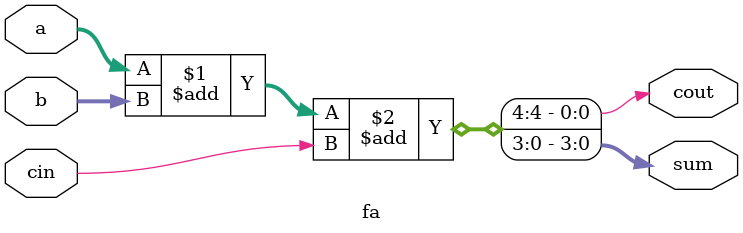
<source format=v>
module fa(input[3:0] a, b, input cin, output cout, output[3:0] sum);
assign {cout, sum} = a + b + cin;
endmodule

</source>
